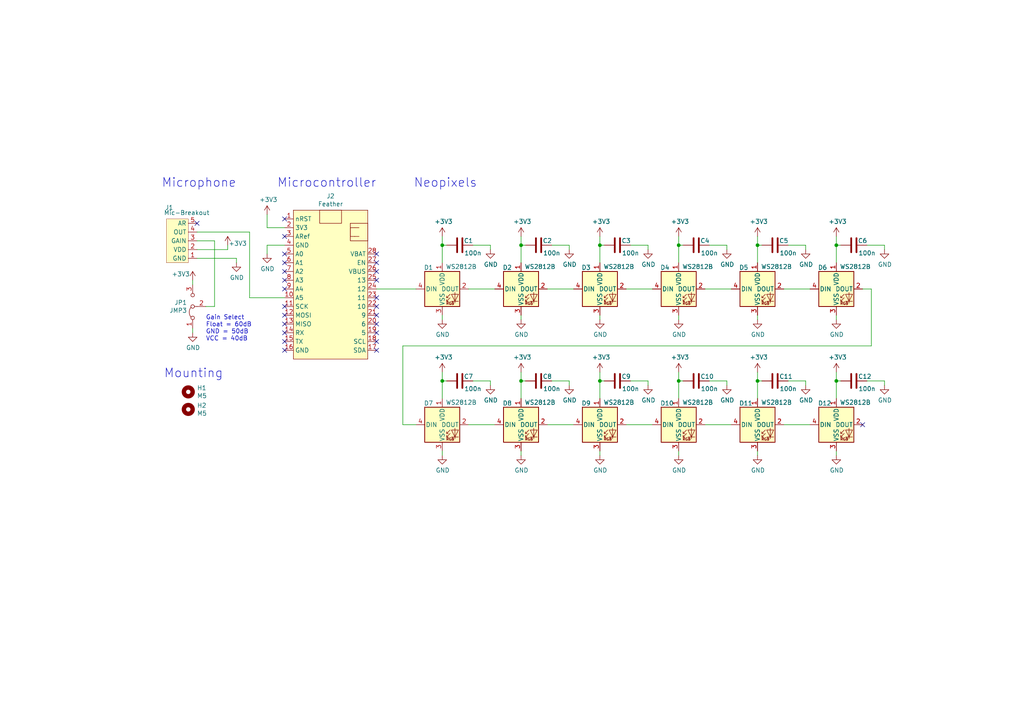
<source format=kicad_sch>
(kicad_sch (version 20210126) (generator eeschema)
  (paper "A4")
  (title_block (title "Electronic Hardware Design \"Module\" PCB") (date "2021-02-20") (rev "0.1") (company "Josh Johnson"))
  (lib_symbols
    (symbol "Device:C" (pin_numbers hide) (pin_names (offset 0.254))
      (property "Reference" "C" (at 0.635 2.54 0))
      (property "Value" "C" (at 0.635 -2.54 0))
      (symbol "C_0_1"
        (polyline (pts (xy -2.032 -0.762) (xy 2.032 -0.762)) (stroke (width 0.508)))
        (polyline (pts (xy -2.032 0.762) (xy 2.032 0.762)) (stroke (width 0.508)))
      )
      (symbol "C_1_1"
        (pin passive line (at 0 3.81 270) (length 2.794) (name "~") (number "1"))
        (pin passive line (at 0 -3.81 90) (length 2.794) (name "~") (number "2"))
      )
    )
    (symbol "Jumper:Jumper_3_Bridged12" (pin_names (offset 0) hide)
      (property "Reference" "JP" (at -2.54 -2.54 0))
      (property "Value" "Jumper_3_Bridged12" (at 0 2.794 0))
      (symbol "Jumper_3_Bridged12_0_0"
        (circle (center -3.302 0) (radius 0.508))
        (circle (center 0 0) (radius 0.508))
        (circle (center 3.302 0) (radius 0.508))
      )
      (symbol "Jumper_3_Bridged12_0_1"
        (arc (start -3.048 0.508) (end -0.254 0.508) (radius (at -1.651 -1.27) (length 2.2606) (angles 128.2 51.8)))
        (polyline (pts (xy 0 -1.27) (xy 0 -0.508)))
      )
      (symbol "Jumper_3_Bridged12_1_1"
        (pin passive line (at -6.35 0 0) (length 2.54) (name "A") (number "1"))
        (pin input line (at 0 -3.81 90) (length 2.54) (name "C") (number "2"))
        (pin passive line (at 6.35 0 180) (length 2.54) (name "B") (number "3"))
      )
    )
    (symbol "LED:WS2812B" (pin_names (offset 0.254))
      (property "Reference" "D" (at 5.08 5.715 0))
      (property "Value" "WS2812B" (at 1.27 -5.715 0))
      (symbol "WS2812B_0_0"
        (text "RGB" (at 2.286 -4.191 0) (effects (font (size 0.762 0.762))))
      )
      (symbol "WS2812B_0_1"
        (rectangle (start 5.08 5.08) (end -5.08 -5.08) (stroke (width 0.254)) (fill (type background)))
        (polyline (pts (xy 1.27 -3.556) (xy 1.778 -3.556)))
        (polyline (pts (xy 1.27 -2.54) (xy 1.778 -2.54)))
        (polyline (pts (xy 4.699 -3.556) (xy 2.667 -3.556)))
        (polyline (pts (xy 2.286 -2.54) (xy 1.27 -3.556) (xy 1.27 -3.048)))
        (polyline (pts (xy 2.286 -1.524) (xy 1.27 -2.54) (xy 1.27 -2.032)))
        (polyline (pts (xy 3.683 -1.016) (xy 3.683 -3.556) (xy 3.683 -4.064)))
        (polyline (pts (xy 4.699 -1.524) (xy 2.667 -1.524) (xy 3.683 -3.556) (xy 4.699 -1.524)))
      )
      (symbol "WS2812B_1_1"
        (pin power_in line (at 0 7.62 270) (length 2.54) (name "VDD") (number "1"))
        (pin output line (at 7.62 0 180) (length 2.54) (name "DOUT") (number "2"))
        (pin power_in line (at 0 -7.62 90) (length 2.54) (name "VSS") (number "3"))
        (pin input line (at -7.62 0 0) (length 2.54) (name "DIN") (number "4"))
      )
    )
    (symbol "Mechanical:MountingHole" (pin_names (offset 1.016))
      (property "Reference" "H" (at 0 5.08 0))
      (property "Value" "MountingHole" (at 0 3.175 0))
      (symbol "MountingHole_0_1"
        (circle (center 0 0) (radius 1.27) (stroke (width 1.27)))
      )
    )
    (symbol "ehd:Feather"
      (property "Reference" "J" (at -8.89 24.13 0))
      (property "Value" "Feather" (at -6.35 21.59 0))
      (symbol "Feather_0_1"
        (rectangle (start -10.16 -13.97) (end -5.08 -19.05))
        (rectangle (start -10.16 20.32) (end 11.43 -22.86) (fill (type background)))
        (rectangle (start -2.54 -19.05) (end 3.81 -22.86))
        (polyline (pts (xy -7.62 -17.78) (xy -6.35 -17.78)))
        (polyline (pts (xy -7.62 -15.24) (xy -6.35 -15.24)))
        (polyline (pts (xy -6.35 -15.24) (xy -5.08 -15.24) (xy -5.08 -17.78) (xy -6.35 -17.78)))
      )
      (symbol "Feather_1_1"
        (pin bidirectional line (at 13.97 -20.32 180) (length 2.54) (name "nRST") (number "1"))
        (pin bidirectional line (at 13.97 2.54 180) (length 2.54) (name "A5") (number "10"))
        (pin bidirectional line (at 13.97 5.08 180) (length 2.54) (name "SCK") (number "11"))
        (pin bidirectional line (at 13.97 7.62 180) (length 2.54) (name "MOSI") (number "12"))
        (pin bidirectional line (at 13.97 10.16 180) (length 2.54) (name "MISO") (number "13"))
        (pin bidirectional line (at 13.97 12.7 180) (length 2.54) (name "RX") (number "14"))
        (pin bidirectional line (at 13.97 15.24 180) (length 2.54) (name "TX") (number "15"))
        (pin power_out line (at 13.97 17.78 180) (length 2.54) (name "GND") (number "16"))
        (pin bidirectional line (at -12.7 17.78 0) (length 2.54) (name "SDA") (number "17"))
        (pin bidirectional line (at -12.7 15.24 0) (length 2.54) (name "SCL") (number "18"))
        (pin bidirectional line (at -12.7 12.7 0) (length 2.54) (name "5") (number "19"))
        (pin power_out line (at 13.97 -17.78 180) (length 2.54) (name "3V3") (number "2"))
        (pin bidirectional line (at -12.7 10.16 0) (length 2.54) (name "6") (number "20"))
        (pin bidirectional line (at -12.7 7.62 0) (length 2.54) (name "9") (number "21"))
        (pin bidirectional line (at -12.7 5.08 0) (length 2.54) (name "10") (number "22"))
        (pin bidirectional line (at -12.7 2.54 0) (length 2.54) (name "11") (number "23"))
        (pin bidirectional line (at -12.7 0 0) (length 2.54) (name "12") (number "24"))
        (pin bidirectional line (at -12.7 -2.54 0) (length 2.54) (name "13") (number "25"))
        (pin power_out line (at -12.7 -5.08 0) (length 2.54) (name "VBUS") (number "26"))
        (pin bidirectional line (at -12.7 -7.62 0) (length 2.54) (name "EN") (number "27"))
        (pin power_in line (at -12.7 -10.16 0) (length 2.54) (name "VBAT") (number "28"))
        (pin bidirectional line (at 13.97 -15.24 180) (length 2.54) (name "ARef") (number "3"))
        (pin power_in line (at 13.97 -12.7 180) (length 2.54) (name "GND") (number "4"))
        (pin bidirectional line (at 13.97 -10.16 180) (length 2.54) (name "A0") (number "5"))
        (pin bidirectional line (at 13.97 -7.62 180) (length 2.54) (name "A1") (number "6"))
        (pin bidirectional line (at 13.97 -5.08 180) (length 2.54) (name "A2") (number "7"))
        (pin bidirectional line (at 13.97 -2.54 180) (length 2.54) (name "A3") (number "8"))
        (pin bidirectional line (at 13.97 0 180) (length 2.54) (name "A4") (number "9"))
      )
    )
    (symbol "ehd:Mic-Breakout"
      (property "Reference" "J" (at -1.27 7.62 0))
      (property "Value" "Mic-Breakout" (at 3.81 -7.62 0))
      (symbol "Mic-Breakout_0_1"
        (rectangle (start -2.54 6.35) (end 3.81 -6.35) (stroke (width 0.001)) (fill (type background)))
      )
      (symbol "Mic-Breakout_1_1"
        (pin bidirectional line (at -5.08 5.08 0) (length 2.54) (name "GND") (number "1"))
        (pin bidirectional line (at -5.08 2.54 0) (length 2.54) (name "VDD") (number "2"))
        (pin bidirectional line (at -5.08 0 0) (length 2.54) (name "GAIN") (number "3"))
        (pin bidirectional line (at -5.08 -2.54 0) (length 2.54) (name "OUT") (number "4"))
        (pin bidirectional line (at -5.08 -5.08 0) (length 2.54) (name "AR") (number "5"))
      )
    )
    (symbol "power:+3V3" (power) (pin_names (offset 0))
      (property "Value" "+3V3" (at 0 3.556 0))
      (symbol "+3V3_0_1"
        (polyline (pts (xy -0.762 1.27) (xy 0 2.54)))
        (polyline (pts (xy 0 0) (xy 0 2.54)))
        (polyline (pts (xy 0 2.54) (xy 0.762 1.27)))
      )
      (symbol "+3V3_1_1"
        (pin power_in line (at 0 0 90) (length 0) hide (name "+3V3") (number "1"))
      )
    )
    (symbol "power:GND" (power) (pin_names (offset 0))
      (property "Value" "GND" (at 0 -3.81 0))
      (symbol "GND_0_1"
        (polyline (pts (xy 0 0) (xy 0 -1.27) (xy 1.27 -1.27) (xy 0 -2.54) (xy -1.27 -1.27) (xy 0 -1.27)))
      )
      (symbol "GND_1_1"
        (pin power_in line (at 0 0 270) (length 0) hide (name "GND") (number "1"))
      )
    )
  )
  (junction (at 128.27 71.12) (diameter 0.9144))
  (junction (at 128.27 110.49) (diameter 0.9144))
  (junction (at 151.13 71.12) (diameter 0.9144))
  (junction (at 151.13 110.49) (diameter 0.9144))
  (junction (at 173.99 71.12) (diameter 0.9144))
  (junction (at 173.99 110.49) (diameter 0.9144))
  (junction (at 196.85 71.12) (diameter 0.9144))
  (junction (at 196.85 110.49) (diameter 0.9144))
  (junction (at 219.71 71.12) (diameter 0.9144))
  (junction (at 219.71 110.49) (diameter 0.9144))
  (junction (at 242.57 71.12) (diameter 0.9144))
  (junction (at 242.57 110.49) (diameter 0.9144))
  (no_connect (at 57.15 64.77))
  (no_connect (at 82.55 63.5))
  (no_connect (at 82.55 68.58))
  (no_connect (at 82.55 73.66))
  (no_connect (at 82.55 76.2))
  (no_connect (at 82.55 78.74))
  (no_connect (at 82.55 81.28))
  (no_connect (at 82.55 83.82))
  (no_connect (at 82.55 88.9))
  (no_connect (at 82.55 91.44))
  (no_connect (at 82.55 93.98))
  (no_connect (at 82.55 96.52))
  (no_connect (at 82.55 99.06))
  (no_connect (at 82.55 101.6))
  (no_connect (at 109.22 73.66))
  (no_connect (at 109.22 76.2))
  (no_connect (at 109.22 78.74))
  (no_connect (at 109.22 81.28))
  (no_connect (at 109.22 86.36))
  (no_connect (at 109.22 88.9))
  (no_connect (at 109.22 91.44))
  (no_connect (at 109.22 93.98))
  (no_connect (at 109.22 96.52))
  (no_connect (at 109.22 99.06))
  (no_connect (at 109.22 101.6))
  (no_connect (at 250.19 123.19))
  (wire (pts (xy 55.88 81.28) (xy 55.88 82.55)))
  (wire (pts (xy 55.88 95.25) (xy 55.88 96.52)))
  (wire (pts (xy 57.15 69.85) (xy 62.23 69.85)))
  (wire (pts (xy 57.15 72.39) (xy 66.04 72.39)))
  (wire (pts (xy 57.15 74.93) (xy 68.58 74.93)))
  (wire (pts (xy 62.23 69.85) (xy 62.23 88.9)))
  (wire (pts (xy 62.23 88.9) (xy 59.69 88.9)))
  (wire (pts (xy 66.04 71.12) (xy 66.04 72.39)))
  (wire (pts (xy 68.58 74.93) (xy 68.58 76.2)))
  (wire (pts (xy 72.39 67.31) (xy 57.15 67.31)))
  (wire (pts (xy 72.39 67.31) (xy 72.39 86.36)))
  (wire (pts (xy 77.47 62.23) (xy 77.47 66.04)))
  (wire (pts (xy 77.47 71.12) (xy 77.47 73.66)))
  (wire (pts (xy 82.55 66.04) (xy 77.47 66.04)))
  (wire (pts (xy 82.55 71.12) (xy 77.47 71.12)))
  (wire (pts (xy 82.55 86.36) (xy 72.39 86.36)))
  (wire (pts (xy 109.22 83.82) (xy 120.65 83.82)))
  (wire (pts (xy 116.84 100.33) (xy 116.84 123.19)))
  (wire (pts (xy 116.84 123.19) (xy 120.65 123.19)))
  (wire (pts (xy 128.27 68.58) (xy 128.27 71.12)))
  (wire (pts (xy 128.27 71.12) (xy 128.27 76.2)))
  (wire (pts (xy 128.27 91.44) (xy 128.27 92.71)))
  (wire (pts (xy 128.27 107.95) (xy 128.27 110.49)))
  (wire (pts (xy 128.27 110.49) (xy 128.27 115.57)))
  (wire (pts (xy 128.27 130.81) (xy 128.27 132.08)))
  (wire (pts (xy 129.54 71.12) (xy 128.27 71.12)))
  (wire (pts (xy 129.54 110.49) (xy 128.27 110.49)))
  (wire (pts (xy 135.89 83.82) (xy 143.51 83.82)))
  (wire (pts (xy 135.89 123.19) (xy 143.51 123.19)))
  (wire (pts (xy 137.16 71.12) (xy 142.24 71.12)))
  (wire (pts (xy 137.16 110.49) (xy 142.24 110.49)))
  (wire (pts (xy 142.24 71.12) (xy 142.24 72.39)))
  (wire (pts (xy 142.24 110.49) (xy 142.24 111.76)))
  (wire (pts (xy 151.13 68.58) (xy 151.13 71.12)))
  (wire (pts (xy 151.13 71.12) (xy 151.13 76.2)))
  (wire (pts (xy 151.13 91.44) (xy 151.13 92.71)))
  (wire (pts (xy 151.13 107.95) (xy 151.13 110.49)))
  (wire (pts (xy 151.13 110.49) (xy 151.13 115.57)))
  (wire (pts (xy 151.13 130.81) (xy 151.13 132.08)))
  (wire (pts (xy 152.4 71.12) (xy 151.13 71.12)))
  (wire (pts (xy 152.4 110.49) (xy 151.13 110.49)))
  (wire (pts (xy 158.75 83.82) (xy 166.37 83.82)))
  (wire (pts (xy 158.75 123.19) (xy 166.37 123.19)))
  (wire (pts (xy 160.02 71.12) (xy 165.1 71.12)))
  (wire (pts (xy 160.02 110.49) (xy 165.1 110.49)))
  (wire (pts (xy 165.1 71.12) (xy 165.1 72.39)))
  (wire (pts (xy 165.1 110.49) (xy 165.1 111.76)))
  (wire (pts (xy 173.99 68.58) (xy 173.99 71.12)))
  (wire (pts (xy 173.99 71.12) (xy 173.99 76.2)))
  (wire (pts (xy 173.99 91.44) (xy 173.99 92.71)))
  (wire (pts (xy 173.99 107.95) (xy 173.99 110.49)))
  (wire (pts (xy 173.99 110.49) (xy 173.99 115.57)))
  (wire (pts (xy 173.99 130.81) (xy 173.99 132.08)))
  (wire (pts (xy 175.26 71.12) (xy 173.99 71.12)))
  (wire (pts (xy 175.26 110.49) (xy 173.99 110.49)))
  (wire (pts (xy 181.61 83.82) (xy 189.23 83.82)))
  (wire (pts (xy 181.61 123.19) (xy 189.23 123.19)))
  (wire (pts (xy 182.88 71.12) (xy 187.96 71.12)))
  (wire (pts (xy 182.88 110.49) (xy 187.96 110.49)))
  (wire (pts (xy 187.96 71.12) (xy 187.96 72.39)))
  (wire (pts (xy 187.96 110.49) (xy 187.96 111.76)))
  (wire (pts (xy 196.85 68.58) (xy 196.85 71.12)))
  (wire (pts (xy 196.85 71.12) (xy 196.85 76.2)))
  (wire (pts (xy 196.85 91.44) (xy 196.85 92.71)))
  (wire (pts (xy 196.85 107.95) (xy 196.85 110.49)))
  (wire (pts (xy 196.85 110.49) (xy 196.85 115.57)))
  (wire (pts (xy 196.85 130.81) (xy 196.85 132.08)))
  (wire (pts (xy 198.12 71.12) (xy 196.85 71.12)))
  (wire (pts (xy 198.12 110.49) (xy 196.85 110.49)))
  (wire (pts (xy 204.47 83.82) (xy 212.09 83.82)))
  (wire (pts (xy 204.47 123.19) (xy 212.09 123.19)))
  (wire (pts (xy 205.74 71.12) (xy 210.82 71.12)))
  (wire (pts (xy 205.74 110.49) (xy 210.82 110.49)))
  (wire (pts (xy 210.82 71.12) (xy 210.82 72.39)))
  (wire (pts (xy 210.82 110.49) (xy 210.82 111.76)))
  (wire (pts (xy 219.71 68.58) (xy 219.71 71.12)))
  (wire (pts (xy 219.71 71.12) (xy 219.71 76.2)))
  (wire (pts (xy 219.71 91.44) (xy 219.71 92.71)))
  (wire (pts (xy 219.71 107.95) (xy 219.71 110.49)))
  (wire (pts (xy 219.71 110.49) (xy 219.71 115.57)))
  (wire (pts (xy 219.71 130.81) (xy 219.71 132.08)))
  (wire (pts (xy 220.98 71.12) (xy 219.71 71.12)))
  (wire (pts (xy 220.98 110.49) (xy 219.71 110.49)))
  (wire (pts (xy 227.33 83.82) (xy 234.95 83.82)))
  (wire (pts (xy 227.33 123.19) (xy 234.95 123.19)))
  (wire (pts (xy 228.6 71.12) (xy 233.68 71.12)))
  (wire (pts (xy 228.6 110.49) (xy 233.68 110.49)))
  (wire (pts (xy 233.68 71.12) (xy 233.68 72.39)))
  (wire (pts (xy 233.68 110.49) (xy 233.68 111.76)))
  (wire (pts (xy 242.57 68.58) (xy 242.57 71.12)))
  (wire (pts (xy 242.57 71.12) (xy 242.57 76.2)))
  (wire (pts (xy 242.57 91.44) (xy 242.57 92.71)))
  (wire (pts (xy 242.57 107.95) (xy 242.57 110.49)))
  (wire (pts (xy 242.57 110.49) (xy 242.57 115.57)))
  (wire (pts (xy 242.57 130.81) (xy 242.57 132.08)))
  (wire (pts (xy 243.84 71.12) (xy 242.57 71.12)))
  (wire (pts (xy 243.84 110.49) (xy 242.57 110.49)))
  (wire (pts (xy 250.19 83.82) (xy 252.73 83.82)))
  (wire (pts (xy 251.46 71.12) (xy 256.54 71.12)))
  (wire (pts (xy 251.46 110.49) (xy 256.54 110.49)))
  (wire (pts (xy 252.73 83.82) (xy 252.73 100.33)))
  (wire (pts (xy 252.73 100.33) (xy 116.84 100.33)))
  (wire (pts (xy 256.54 71.12) (xy 256.54 72.39)))
  (wire (pts (xy 256.54 110.49) (xy 256.54 111.76)))
  (text "Gain Select\nFloat = 60dB\nGND = 50dB\nVCC = 40dB" (at 59.69 99.06 0) (effects (font (size 1.27 1.27)) (justify left bottom)))
  (text "Mounting" (at 64.77 109.855 180) (effects (font (size 2.54 2.54)) (justify right bottom)))
  (text "Microphone" (at 68.58 54.61 180) (effects (font (size 2.54 2.54)) (justify right bottom)))
  (text "Microcontroller" (at 109.22 54.61 180) (effects (font (size 2.54 2.54)) (justify right bottom)))
  (text "Neopixels" (at 138.43 54.61 180) (effects (font (size 2.54 2.54)) (justify right bottom)))
  (symbol (lib_id "power:+3V3") (at 55.88 81.28 0) (unit 1)
    (property "Reference" "#PWR020" (effects hide))
    (property "Value" "+3V3" (at 52.4383 79.4956 0))
  )
  (symbol (lib_id "power:+3V3") (at 66.04 71.12 0) (unit 1)
    (property "Reference" "#PWR010" (effects hide))
    (property "Value" "+3V3" (at 68.9483 70.6056 0))
  )
  (symbol (lib_id "power:+3V3") (at 77.47 62.23 0) (unit 1)
    (property "Reference" "#PWR01" (effects hide))
    (property "Value" "+3V3" (at 77.8383 57.9056 0))
  )
  (symbol (lib_id "power:+3V3") (at 128.27 68.58 0) (unit 1)
    (property "Reference" "#PWR0105" (effects hide))
    (property "Value" "+3V3" (at 128.6383 64.2556 0))
  )
  (symbol (lib_id "power:+3V3") (at 128.27 107.95 0) (unit 1)
    (property "Reference" "#PWR0108" (effects hide))
    (property "Value" "+3V3" (at 128.6383 103.6256 0))
  )
  (symbol (lib_id "power:+3V3") (at 151.13 68.58 0) (unit 1)
    (property "Reference" "#PWR0106" (effects hide))
    (property "Value" "+3V3" (at 151.4983 64.2556 0))
  )
  (symbol (lib_id "power:+3V3") (at 151.13 107.95 0) (unit 1)
    (property "Reference" "#PWR0107" (effects hide))
    (property "Value" "+3V3" (at 151.4983 103.6256 0))
  )
  (symbol (lib_id "power:+3V3") (at 173.99 68.58 0) (unit 1)
    (property "Reference" "#PWR0101" (effects hide))
    (property "Value" "+3V3" (at 174.3583 64.2556 0))
  )
  (symbol (lib_id "power:+3V3") (at 173.99 107.95 0) (unit 1)
    (property "Reference" "#PWR0102" (effects hide))
    (property "Value" "+3V3" (at 174.3583 103.6256 0))
  )
  (symbol (lib_id "power:+3V3") (at 196.85 68.58 0) (unit 1)
    (property "Reference" "#PWR0104" (effects hide))
    (property "Value" "+3V3" (at 197.2183 64.2556 0))
  )
  (symbol (lib_id "power:+3V3") (at 196.85 107.95 0) (unit 1)
    (property "Reference" "#PWR0103" (effects hide))
    (property "Value" "+3V3" (at 197.2183 103.6256 0))
  )
  (symbol (lib_id "power:+3V3") (at 219.71 68.58 0) (unit 1)
    (property "Reference" "#PWR0111" (effects hide))
    (property "Value" "+3V3" (at 220.0783 64.2556 0))
  )
  (symbol (lib_id "power:+3V3") (at 219.71 107.95 0) (unit 1)
    (property "Reference" "#PWR0109" (effects hide))
    (property "Value" "+3V3" (at 220.0783 103.6256 0))
  )
  (symbol (lib_id "power:+3V3") (at 242.57 68.58 0) (unit 1)
    (property "Reference" "#PWR0112" (effects hide))
    (property "Value" "+3V3" (at 242.9383 64.2556 0))
  )
  (symbol (lib_id "power:+3V3") (at 242.57 107.95 0) (unit 1)
    (property "Reference" "#PWR0110" (effects hide))
    (property "Value" "+3V3" (at 242.9383 103.6256 0))
  )
  (symbol (lib_id "power:GND") (at 55.88 96.52 0) (unit 1)
    (property "Reference" "#PWR029" (effects hide))
    (property "Value" "GND" (at 55.9943 100.8444 0))
  )
  (symbol (lib_id "power:GND") (at 68.58 76.2 0) (unit 1)
    (property "Reference" "#PWR019" (effects hide))
    (property "Value" "GND" (at 68.6943 80.5244 0))
  )
  (symbol (lib_id "power:GND") (at 77.47 73.66 0) (unit 1)
    (property "Reference" "#PWR018" (effects hide))
    (property "Value" "GND" (at 77.5843 77.9844 0))
  )
  (symbol (lib_id "power:GND") (at 128.27 92.71 0) (unit 1)
    (property "Reference" "#PWR022" (effects hide))
    (property "Value" "GND" (at 128.3843 97.0344 0))
  )
  (symbol (lib_id "power:GND") (at 128.27 132.08 0) (unit 1)
    (property "Reference" "#PWR042" (effects hide))
    (property "Value" "GND" (at 128.3843 136.4044 0))
  )
  (symbol (lib_id "power:GND") (at 142.24 72.39 0) (unit 1)
    (property "Reference" "#PWR012" (effects hide))
    (property "Value" "GND" (at 142.3543 76.7144 0))
  )
  (symbol (lib_id "power:GND") (at 142.24 111.76 0) (unit 1)
    (property "Reference" "#PWR036" (effects hide))
    (property "Value" "GND" (at 142.3543 116.0844 0))
  )
  (symbol (lib_id "power:GND") (at 151.13 92.71 0) (unit 1)
    (property "Reference" "#PWR023" (effects hide))
    (property "Value" "GND" (at 151.2443 97.0344 0))
  )
  (symbol (lib_id "power:GND") (at 151.13 132.08 0) (unit 1)
    (property "Reference" "#PWR043" (effects hide))
    (property "Value" "GND" (at 151.2443 136.4044 0))
  )
  (symbol (lib_id "power:GND") (at 165.1 72.39 0) (unit 1)
    (property "Reference" "#PWR013" (effects hide))
    (property "Value" "GND" (at 165.2143 76.7144 0))
  )
  (symbol (lib_id "power:GND") (at 165.1 111.76 0) (unit 1)
    (property "Reference" "#PWR037" (effects hide))
    (property "Value" "GND" (at 165.2143 116.0844 0))
  )
  (symbol (lib_id "power:GND") (at 173.99 92.71 0) (unit 1)
    (property "Reference" "#PWR024" (effects hide))
    (property "Value" "GND" (at 174.1043 97.0344 0))
  )
  (symbol (lib_id "power:GND") (at 173.99 132.08 0) (unit 1)
    (property "Reference" "#PWR044" (effects hide))
    (property "Value" "GND" (at 174.1043 136.4044 0))
  )
  (symbol (lib_id "power:GND") (at 187.96 72.39 0) (unit 1)
    (property "Reference" "#PWR014" (effects hide))
    (property "Value" "GND" (at 188.0743 76.7144 0))
  )
  (symbol (lib_id "power:GND") (at 187.96 111.76 0) (unit 1)
    (property "Reference" "#PWR038" (effects hide))
    (property "Value" "GND" (at 188.0743 116.0844 0))
  )
  (symbol (lib_id "power:GND") (at 196.85 92.71 0) (unit 1)
    (property "Reference" "#PWR025" (effects hide))
    (property "Value" "GND" (at 196.9643 97.0344 0))
  )
  (symbol (lib_id "power:GND") (at 196.85 132.08 0) (unit 1)
    (property "Reference" "#PWR045" (effects hide))
    (property "Value" "GND" (at 196.9643 136.4044 0))
  )
  (symbol (lib_id "power:GND") (at 210.82 72.39 0) (unit 1)
    (property "Reference" "#PWR015" (effects hide))
    (property "Value" "GND" (at 210.9343 76.7144 0))
  )
  (symbol (lib_id "power:GND") (at 210.82 111.76 0) (unit 1)
    (property "Reference" "#PWR039" (effects hide))
    (property "Value" "GND" (at 210.9343 116.0844 0))
  )
  (symbol (lib_id "power:GND") (at 219.71 92.71 0) (unit 1)
    (property "Reference" "#PWR026" (effects hide))
    (property "Value" "GND" (at 219.8243 97.0344 0))
  )
  (symbol (lib_id "power:GND") (at 219.71 132.08 0) (unit 1)
    (property "Reference" "#PWR046" (effects hide))
    (property "Value" "GND" (at 219.8243 136.4044 0))
  )
  (symbol (lib_id "power:GND") (at 233.68 72.39 0) (unit 1)
    (property "Reference" "#PWR016" (effects hide))
    (property "Value" "GND" (at 233.7943 76.7144 0))
  )
  (symbol (lib_id "power:GND") (at 233.68 111.76 0) (unit 1)
    (property "Reference" "#PWR040" (effects hide))
    (property "Value" "GND" (at 233.7943 116.0844 0))
  )
  (symbol (lib_id "power:GND") (at 242.57 92.71 0) (unit 1)
    (property "Reference" "#PWR027" (effects hide))
    (property "Value" "GND" (at 242.6843 97.0344 0))
  )
  (symbol (lib_id "power:GND") (at 242.57 132.08 0) (unit 1)
    (property "Reference" "#PWR047" (effects hide))
    (property "Value" "GND" (at 242.6843 136.4044 0))
  )
  (symbol (lib_id "power:GND") (at 256.54 72.39 0) (unit 1)
    (property "Reference" "#PWR017" (effects hide))
    (property "Value" "GND" (at 256.6543 76.7144 0))
  )
  (symbol (lib_id "power:GND") (at 256.54 111.76 0) (unit 1)
    (property "Reference" "#PWR041" (effects hide))
    (property "Value" "GND" (at 256.6543 116.0844 0))
  )
  (symbol (lib_id "Mechanical:MountingHole") (at 54.61 113.665 0) (unit 1) (in_bom no)
    (property "Reference" "H1" (at 57.1501 112.5156 0) (effects (justify left)))
    (property "Value" "M5" (at 57.1501 114.8143 0) (effects (justify left)))
    (property "Footprint" "MountingHole:MountingHole_5mm" (effects hide))
  )
  (symbol (lib_id "Mechanical:MountingHole") (at 54.61 118.745 0) (unit 1) (in_bom no)
    (property "Reference" "H2" (at 57.1501 117.5956 0) (effects (justify left)))
    (property "Value" "M5" (at 57.1501 119.8943 0) (effects (justify left)))
    (property "Footprint" "MountingHole:MountingHole_5mm" (effects hide))
  )
  (symbol (lib_id "Device:C") (at 133.35 71.12 90) (unit 1)
    (property "Reference" "C1" (at 135.89 69.8308 90))
    (property "Value" "100n" (at 137.16 73.4 90))
    (property "Footprint" "Capacitor_SMD:C_0805_2012Metric" (effects hide))
    (property "MPN" "0805ZD104KAT2A" (effects hide))
    (property "Manufacturer" "AVX" (effects hide))
    (property "Mouser PN" "581-0805ZD104KAT2A" (effects hide))
  )
  (symbol (lib_id "Device:C") (at 133.35 110.49 90) (unit 1)
    (property "Reference" "C7" (at 135.89 109.2008 90))
    (property "Value" "100n" (at 137.16 112.77 90))
    (property "Footprint" "Capacitor_SMD:C_0805_2012Metric" (effects hide))
    (property "MPN" "0805ZD104KAT2A" (effects hide))
    (property "Manufacturer" "AVX" (effects hide))
    (property "Mouser PN" "581-0805ZD104KAT2A" (effects hide))
  )
  (symbol (lib_id "Device:C") (at 156.21 71.12 90) (unit 1)
    (property "Reference" "C2" (at 158.75 69.8308 90))
    (property "Value" "100n" (at 160.02 73.4 90))
    (property "Footprint" "Capacitor_SMD:C_0805_2012Metric" (effects hide))
    (property "MPN" "0805ZD104KAT2A" (effects hide))
    (property "Manufacturer" "AVX" (effects hide))
    (property "Mouser PN" "581-0805ZD104KAT2A" (effects hide))
  )
  (symbol (lib_id "Device:C") (at 156.21 110.49 90) (unit 1)
    (property "Reference" "C8" (at 158.75 109.2008 90))
    (property "Value" "100n" (at 160.02 112.77 90))
    (property "Footprint" "Capacitor_SMD:C_0805_2012Metric" (effects hide))
    (property "MPN" "0805ZD104KAT2A" (effects hide))
    (property "Manufacturer" "AVX" (effects hide))
    (property "Mouser PN" "581-0805ZD104KAT2A" (effects hide))
  )
  (symbol (lib_id "Device:C") (at 179.07 71.12 90) (unit 1)
    (property "Reference" "C3" (at 181.61 69.8308 90))
    (property "Value" "100n" (at 182.88 73.4 90))
    (property "Footprint" "Capacitor_SMD:C_0805_2012Metric" (effects hide))
    (property "MPN" "0805ZD104KAT2A" (effects hide))
    (property "Manufacturer" "AVX" (effects hide))
    (property "Mouser PN" "581-0805ZD104KAT2A" (effects hide))
  )
  (symbol (lib_id "Device:C") (at 179.07 110.49 90) (unit 1)
    (property "Reference" "C9" (at 181.61 109.2008 90))
    (property "Value" "100n" (at 182.88 112.77 90))
    (property "Footprint" "Capacitor_SMD:C_0805_2012Metric" (effects hide))
    (property "MPN" "0805ZD104KAT2A" (effects hide))
    (property "Manufacturer" "AVX" (effects hide))
    (property "Mouser PN" "581-0805ZD104KAT2A" (effects hide))
  )
  (symbol (lib_id "Device:C") (at 201.93 71.12 90) (unit 1)
    (property "Reference" "C4" (at 204.47 69.8308 90))
    (property "Value" "100n" (at 205.74 73.4 90))
    (property "Footprint" "Capacitor_SMD:C_0805_2012Metric" (effects hide))
    (property "MPN" "0805ZD104KAT2A" (effects hide))
    (property "Manufacturer" "AVX" (effects hide))
    (property "Mouser PN" "581-0805ZD104KAT2A" (effects hide))
  )
  (symbol (lib_id "Device:C") (at 201.93 110.49 90) (unit 1)
    (property "Reference" "C10" (at 205.105 109.2008 90))
    (property "Value" "100n" (at 205.74 112.77 90))
    (property "Footprint" "Capacitor_SMD:C_0805_2012Metric" (effects hide))
    (property "MPN" "0805ZD104KAT2A" (effects hide))
    (property "Manufacturer" "AVX" (effects hide))
    (property "Mouser PN" "581-0805ZD104KAT2A" (effects hide))
  )
  (symbol (lib_id "Device:C") (at 224.79 71.12 90) (unit 1)
    (property "Reference" "C5" (at 227.33 69.8308 90))
    (property "Value" "100n" (at 228.6 73.4 90))
    (property "Footprint" "Capacitor_SMD:C_0805_2012Metric" (effects hide))
    (property "MPN" "0805ZD104KAT2A" (effects hide))
    (property "Manufacturer" "AVX" (effects hide))
    (property "Mouser PN" "581-0805ZD104KAT2A" (effects hide))
  )
  (symbol (lib_id "Device:C") (at 224.79 110.49 90) (unit 1)
    (property "Reference" "C11" (at 227.965 109.2008 90))
    (property "Value" "100n" (at 228.6 112.77 90))
    (property "Footprint" "Capacitor_SMD:C_0805_2012Metric" (effects hide))
    (property "MPN" "0805ZD104KAT2A" (effects hide))
    (property "Manufacturer" "AVX" (effects hide))
    (property "Mouser PN" "581-0805ZD104KAT2A" (effects hide))
  )
  (symbol (lib_id "Device:C") (at 247.65 71.12 90) (unit 1)
    (property "Reference" "C6" (at 250.19 69.8308 90))
    (property "Value" "100n" (at 251.46 73.4 90))
    (property "Footprint" "Capacitor_SMD:C_0805_2012Metric" (effects hide))
    (property "MPN" "0805ZD104KAT2A" (effects hide))
    (property "Manufacturer" "AVX" (effects hide))
    (property "Mouser PN" "581-0805ZD104KAT2A" (effects hide))
  )
  (symbol (lib_id "Device:C") (at 247.65 110.49 90) (unit 1)
    (property "Reference" "C12" (at 250.825 109.2008 90))
    (property "Value" "100n" (at 251.46 112.77 90))
    (property "Footprint" "Capacitor_SMD:C_0805_2012Metric" (effects hide))
    (property "MPN" "0805ZD104KAT2A" (effects hide))
    (property "Manufacturer" "AVX" (effects hide))
    (property "Mouser PN" "581-0805ZD104KAT2A" (effects hide))
  )
  (symbol (lib_id "Jumper:Jumper_3_Bridged12") (at 55.88 88.9 90) (unit 1) (in_bom no)
    (property "Reference" "JP1" (at 54.2544 87.7506 90) (effects (justify left)))
    (property "Value" "JMP3" (at 54.254 90.049 90) (effects (justify left)))
    (property "Footprint" "Jumper:SolderJumper-3_P1.3mm_Bridged12_RoundedPad1.0x1.5mm" (effects hide))
  )
  (symbol (lib_id "ehd:Mic-Breakout") (at 52.07 69.85 180) (unit 1)
    (property "Reference" "J1" (at 49.0852 60.1918 0))
    (property "Value" "Mic-Breakout" (at 54.1652 61.7031 0))
    (property "Footprint" "ehd:Mic-Breakout" (effects hide))
    (property "MPN" "1713" (effects hide))
    (property "Manufacturer" "Adafruit" (effects hide))
    (property "Mouser PN" "485-1713" (effects hide))
  )
  (symbol (lib_id "LED:WS2812B") (at 128.27 83.82 0) (unit 1)
    (property "Reference" "D1" (at 122.9361 77.5906 0) (effects (justify left)))
    (property "Value" "WS2812B" (at 129.2861 77.3493 0) (effects (justify left)))
    (property "Footprint" "LED_SMD:LED_WS2812B_PLCC4_5.0x5.0mm_P3.2mm" (effects hide))
    (property "Datasheet" "https://cdn-shop.adafruit.com/datasheets/WS2812B.pdf" (effects hide))
    (property "MPN" "COM-16346 " (effects hide))
    (property "Manufacturer" "Sparkfun" (effects hide))
    (property "Mouser PN" "474-COM-16346 " (effects hide))
  )
  (symbol (lib_id "LED:WS2812B") (at 128.27 123.19 0) (unit 1)
    (property "Reference" "D7" (at 122.9361 116.9606 0) (effects (justify left)))
    (property "Value" "WS2812B" (at 129.2861 116.7193 0) (effects (justify left)))
    (property "Footprint" "LED_SMD:LED_WS2812B_PLCC4_5.0x5.0mm_P3.2mm" (effects hide))
    (property "Datasheet" "https://cdn-shop.adafruit.com/datasheets/WS2812B.pdf" (effects hide))
    (property "MPN" "COM-16346 " (effects hide))
    (property "Manufacturer" "Sparkfun" (effects hide))
    (property "Mouser PN" "474-COM-16346 " (effects hide))
  )
  (symbol (lib_id "LED:WS2812B") (at 151.13 83.82 0) (unit 1)
    (property "Reference" "D2" (at 145.7961 77.5906 0) (effects (justify left)))
    (property "Value" "WS2812B" (at 152.1461 77.3493 0) (effects (justify left)))
    (property "Footprint" "LED_SMD:LED_WS2812B_PLCC4_5.0x5.0mm_P3.2mm" (effects hide))
    (property "Datasheet" "https://cdn-shop.adafruit.com/datasheets/WS2812B.pdf" (effects hide))
    (property "MPN" "COM-16346 " (effects hide))
    (property "Manufacturer" "Sparkfun" (effects hide))
    (property "Mouser PN" "474-COM-16346 " (effects hide))
  )
  (symbol (lib_id "LED:WS2812B") (at 151.13 123.19 0) (unit 1)
    (property "Reference" "D8" (at 145.7961 116.9606 0) (effects (justify left)))
    (property "Value" "WS2812B" (at 152.1461 116.7193 0) (effects (justify left)))
    (property "Footprint" "LED_SMD:LED_WS2812B_PLCC4_5.0x5.0mm_P3.2mm" (effects hide))
    (property "Datasheet" "https://cdn-shop.adafruit.com/datasheets/WS2812B.pdf" (effects hide))
    (property "MPN" "COM-16346 " (effects hide))
    (property "Manufacturer" "Sparkfun" (effects hide))
    (property "Mouser PN" "474-COM-16346 " (effects hide))
  )
  (symbol (lib_id "LED:WS2812B") (at 173.99 83.82 0) (unit 1)
    (property "Reference" "D3" (at 168.6561 77.5906 0) (effects (justify left)))
    (property "Value" "WS2812B" (at 175.0061 77.3493 0) (effects (justify left)))
    (property "Footprint" "LED_SMD:LED_WS2812B_PLCC4_5.0x5.0mm_P3.2mm" (effects hide))
    (property "Datasheet" "https://cdn-shop.adafruit.com/datasheets/WS2812B.pdf" (effects hide))
    (property "MPN" "COM-16346 " (effects hide))
    (property "Manufacturer" "Sparkfun" (effects hide))
    (property "Mouser PN" "474-COM-16346 " (effects hide))
  )
  (symbol (lib_id "LED:WS2812B") (at 173.99 123.19 0) (unit 1)
    (property "Reference" "D9" (at 168.6561 116.9606 0) (effects (justify left)))
    (property "Value" "WS2812B" (at 175.0061 116.7193 0) (effects (justify left)))
    (property "Footprint" "LED_SMD:LED_WS2812B_PLCC4_5.0x5.0mm_P3.2mm" (effects hide))
    (property "Datasheet" "https://cdn-shop.adafruit.com/datasheets/WS2812B.pdf" (effects hide))
    (property "MPN" "COM-16346 " (effects hide))
    (property "Manufacturer" "Sparkfun" (effects hide))
    (property "Mouser PN" "474-COM-16346 " (effects hide))
  )
  (symbol (lib_id "LED:WS2812B") (at 196.85 83.82 0) (unit 1)
    (property "Reference" "D4" (at 191.5161 77.5906 0) (effects (justify left)))
    (property "Value" "WS2812B" (at 197.8661 77.3493 0) (effects (justify left)))
    (property "Footprint" "LED_SMD:LED_WS2812B_PLCC4_5.0x5.0mm_P3.2mm" (effects hide))
    (property "Datasheet" "https://cdn-shop.adafruit.com/datasheets/WS2812B.pdf" (effects hide))
    (property "MPN" "COM-16346 " (effects hide))
    (property "Manufacturer" "Sparkfun" (effects hide))
    (property "Mouser PN" "474-COM-16346 " (effects hide))
  )
  (symbol (lib_id "LED:WS2812B") (at 196.85 123.19 0) (unit 1)
    (property "Reference" "D10" (at 191.5161 116.9606 0) (effects (justify left)))
    (property "Value" "WS2812B" (at 197.8661 116.7193 0) (effects (justify left)))
    (property "Footprint" "LED_SMD:LED_WS2812B_PLCC4_5.0x5.0mm_P3.2mm" (effects hide))
    (property "Datasheet" "https://cdn-shop.adafruit.com/datasheets/WS2812B.pdf" (effects hide))
    (property "MPN" "COM-16346 " (effects hide))
    (property "Manufacturer" "Sparkfun" (effects hide))
    (property "Mouser PN" "474-COM-16346 " (effects hide))
  )
  (symbol (lib_id "LED:WS2812B") (at 219.71 83.82 0) (unit 1)
    (property "Reference" "D5" (at 214.3761 77.5906 0) (effects (justify left)))
    (property "Value" "WS2812B" (at 220.7261 77.3493 0) (effects (justify left)))
    (property "Footprint" "LED_SMD:LED_WS2812B_PLCC4_5.0x5.0mm_P3.2mm" (effects hide))
    (property "Datasheet" "https://cdn-shop.adafruit.com/datasheets/WS2812B.pdf" (effects hide))
    (property "MPN" "COM-16346 " (effects hide))
    (property "Manufacturer" "Sparkfun" (effects hide))
    (property "Mouser PN" "474-COM-16346 " (effects hide))
  )
  (symbol (lib_id "LED:WS2812B") (at 219.71 123.19 0) (unit 1)
    (property "Reference" "D11" (at 214.3761 116.9606 0) (effects (justify left)))
    (property "Value" "WS2812B" (at 220.7261 116.7193 0) (effects (justify left)))
    (property "Footprint" "LED_SMD:LED_WS2812B_PLCC4_5.0x5.0mm_P3.2mm" (effects hide))
    (property "Datasheet" "https://cdn-shop.adafruit.com/datasheets/WS2812B.pdf" (effects hide))
    (property "MPN" "COM-16346 " (effects hide))
    (property "Manufacturer" "Sparkfun" (effects hide))
    (property "Mouser PN" "474-COM-16346 " (effects hide))
  )
  (symbol (lib_id "LED:WS2812B") (at 242.57 83.82 0) (unit 1)
    (property "Reference" "D6" (at 237.2361 77.5906 0) (effects (justify left)))
    (property "Value" "WS2812B" (at 243.5861 77.3493 0) (effects (justify left)))
    (property "Footprint" "LED_SMD:LED_WS2812B_PLCC4_5.0x5.0mm_P3.2mm" (effects hide))
    (property "Datasheet" "https://cdn-shop.adafruit.com/datasheets/WS2812B.pdf" (effects hide))
    (property "MPN" "COM-16346 " (effects hide))
    (property "Manufacturer" "Sparkfun" (effects hide))
    (property "Mouser PN" "474-COM-16346 " (effects hide))
  )
  (symbol (lib_id "LED:WS2812B") (at 242.57 123.19 0) (unit 1)
    (property "Reference" "D12" (at 237.2361 116.9606 0) (effects (justify left)))
    (property "Value" "WS2812B" (at 243.5861 116.7193 0) (effects (justify left)))
    (property "Footprint" "LED_SMD:LED_WS2812B_PLCC4_5.0x5.0mm_P3.2mm" (effects hide))
    (property "Datasheet" "https://cdn-shop.adafruit.com/datasheets/WS2812B.pdf" (effects hide))
    (property "MPN" "COM-16346 " (effects hide))
    (property "Manufacturer" "Sparkfun" (effects hide))
    (property "Mouser PN" "474-COM-16346 " (effects hide))
  )
  (symbol (lib_id "ehd:Feather") (at 96.52 83.82 180) (unit 1)
    (property "Reference" "J2" (at 95.885 56.8768 0))
    (property "Value" "Feather" (at 95.885 59.1755 0))
    (property "Footprint" "ehd:featherwing" (effects hide))
    (property "MPN" "3403" (effects hide))
    (property "Manufacturer" "Adafruit" (effects hide))
    (property "Mouser PN" "485-3403" (effects hide))
  )
)
</source>
